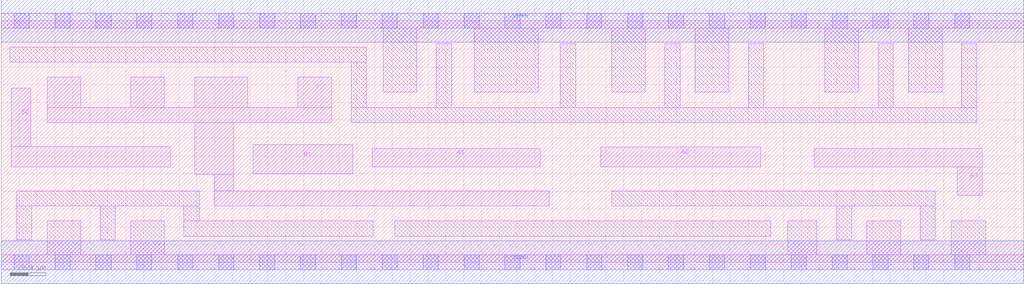
<source format=lef>
# Copyright 2020 The SkyWater PDK Authors
#
# Licensed under the Apache License, Version 2.0 (the "License");
# you may not use this file except in compliance with the License.
# You may obtain a copy of the License at
#
#     https://www.apache.org/licenses/LICENSE-2.0
#
# Unless required by applicable law or agreed to in writing, software
# distributed under the License is distributed on an "AS IS" BASIS,
# WITHOUT WARRANTIES OR CONDITIONS OF ANY KIND, either express or implied.
# See the License for the specific language governing permissions and
# limitations under the License.
#
# SPDX-License-Identifier: Apache-2.0

VERSION 5.7 ;
BUSBITCHARS "[]" ;
DIVIDERCHAR "/" ;
PROPERTYDEFINITIONS
  MACRO maskLayoutSubType STRING ;
  MACRO prCellType STRING ;
  MACRO originalViewName STRING ;
END PROPERTYDEFINITIONS
MACRO sky130_fd_sc_hdll__a32oi_4
  ORIGIN  0.000000  0.000000 ;
  CLASS CORE ;
  SYMMETRY X Y R90 ;
  SIZE  11.50000 BY  2.720000 ;
  SITE unithd ;
  PIN A1
    ANTENNAGATEAREA  1.110000 ;
    DIRECTION INPUT ;
    USE SIGNAL ;
    PORT
      LAYER li1 ;
        RECT 4.175000 1.075000 6.065000 1.285000 ;
    END
  END A1
  PIN A2
    ANTENNAGATEAREA  1.110000 ;
    DIRECTION INPUT ;
    USE SIGNAL ;
    PORT
      LAYER li1 ;
        RECT 6.745000 1.075000 8.545000 1.300000 ;
    END
  END A2
  PIN A3
    ANTENNAGATEAREA  1.110000 ;
    DIRECTION INPUT ;
    USE SIGNAL ;
    PORT
      LAYER li1 ;
        RECT  9.145000 1.075000 11.035000 1.280000 ;
        RECT 10.755000 0.755000 11.035000 1.075000 ;
    END
  END A3
  PIN B1
    ANTENNAGATEAREA  1.110000 ;
    DIRECTION INPUT ;
    USE SIGNAL ;
    PORT
      LAYER li1 ;
        RECT 2.835000 0.995000 3.955000 1.325000 ;
    END
  END B1
  PIN B2
    ANTENNAGATEAREA  1.110000 ;
    DIRECTION INPUT ;
    USE SIGNAL ;
    PORT
      LAYER li1 ;
        RECT 0.110000 1.075000 1.900000 1.305000 ;
        RECT 0.110000 1.305000 0.330000 1.965000 ;
    END
  END B2
  PIN Y
    ANTENNADIFFAREA  2.024500 ;
    DIRECTION OUTPUT ;
    USE SIGNAL ;
    PORT
      LAYER li1 ;
        RECT 0.515000 1.575000 3.715000 1.745000 ;
        RECT 0.515000 1.745000 0.895000 2.085000 ;
        RECT 1.455000 1.745000 1.835000 2.085000 ;
        RECT 2.175000 0.990000 2.615000 1.575000 ;
        RECT 2.175000 1.745000 2.775000 2.085000 ;
        RECT 2.395000 0.635000 6.165000 0.805000 ;
        RECT 2.395000 0.805000 2.615000 0.990000 ;
        RECT 3.335000 1.745000 3.715000 2.085000 ;
    END
  END Y
  PIN VGND
    DIRECTION INOUT ;
    USE GROUND ;
    PORT
      LAYER met1 ;
        RECT 0.000000 -0.240000 11.500000 0.240000 ;
    END
  END VGND
  PIN VPWR
    DIRECTION INOUT ;
    USE POWER ;
    PORT
      LAYER met1 ;
        RECT 0.000000 2.480000 11.500000 2.960000 ;
    END
  END VPWR
  OBS
    LAYER li1 ;
      RECT  0.000000 -0.085000 11.500000 0.085000 ;
      RECT  0.000000  2.635000 11.500000 2.805000 ;
      RECT  0.095000  2.255000  4.105000 2.425000 ;
      RECT  0.175000  0.255000  0.345000 0.635000 ;
      RECT  0.175000  0.635000  2.225000 0.805000 ;
      RECT  0.515000  0.085000  0.895000 0.465000 ;
      RECT  1.115000  0.255000  1.285000 0.635000 ;
      RECT  1.455000  0.085000  1.835000 0.465000 ;
      RECT  2.055000  0.295000  4.185000 0.465000 ;
      RECT  2.055000  0.465000  2.225000 0.635000 ;
      RECT  3.935000  1.575000 10.975000 1.745000 ;
      RECT  3.935000  1.745000  4.105000 2.255000 ;
      RECT  4.295000  1.915000  4.675000 2.635000 ;
      RECT  4.425000  0.295000  8.655000 0.465000 ;
      RECT  4.895000  1.745000  5.065000 2.465000 ;
      RECT  5.320000  1.915000  6.040000 2.635000 ;
      RECT  6.290000  1.745000  6.460000 2.465000 ;
      RECT  6.865000  0.635000 10.505000 0.805000 ;
      RECT  6.865000  1.915000  7.245000 2.635000 ;
      RECT  7.465000  1.745000  7.635000 2.465000 ;
      RECT  7.805000  1.915000  8.185000 2.635000 ;
      RECT  8.405000  1.745000  8.575000 2.465000 ;
      RECT  8.845000  0.085000  9.175000 0.465000 ;
      RECT  9.265000  1.915000  9.645000 2.635000 ;
      RECT  9.395000  0.255000  9.565000 0.635000 ;
      RECT  9.735000  0.085000 10.115000 0.465000 ;
      RECT  9.865000  1.745000 10.035000 2.465000 ;
      RECT 10.205000  1.915000 10.585000 2.635000 ;
      RECT 10.335000  0.255000 10.505000 0.635000 ;
      RECT 10.685000  0.085000 11.075000 0.465000 ;
      RECT 10.805000  1.745000 10.975000 2.465000 ;
    LAYER mcon ;
      RECT  0.145000 -0.085000  0.315000 0.085000 ;
      RECT  0.145000  2.635000  0.315000 2.805000 ;
      RECT  0.605000 -0.085000  0.775000 0.085000 ;
      RECT  0.605000  2.635000  0.775000 2.805000 ;
      RECT  1.065000 -0.085000  1.235000 0.085000 ;
      RECT  1.065000  2.635000  1.235000 2.805000 ;
      RECT  1.525000 -0.085000  1.695000 0.085000 ;
      RECT  1.525000  2.635000  1.695000 2.805000 ;
      RECT  1.985000 -0.085000  2.155000 0.085000 ;
      RECT  1.985000  2.635000  2.155000 2.805000 ;
      RECT  2.445000 -0.085000  2.615000 0.085000 ;
      RECT  2.445000  2.635000  2.615000 2.805000 ;
      RECT  2.905000 -0.085000  3.075000 0.085000 ;
      RECT  2.905000  2.635000  3.075000 2.805000 ;
      RECT  3.365000 -0.085000  3.535000 0.085000 ;
      RECT  3.365000  2.635000  3.535000 2.805000 ;
      RECT  3.825000 -0.085000  3.995000 0.085000 ;
      RECT  3.825000  2.635000  3.995000 2.805000 ;
      RECT  4.285000 -0.085000  4.455000 0.085000 ;
      RECT  4.285000  2.635000  4.455000 2.805000 ;
      RECT  4.745000 -0.085000  4.915000 0.085000 ;
      RECT  4.745000  2.635000  4.915000 2.805000 ;
      RECT  5.205000 -0.085000  5.375000 0.085000 ;
      RECT  5.205000  2.635000  5.375000 2.805000 ;
      RECT  5.665000 -0.085000  5.835000 0.085000 ;
      RECT  5.665000  2.635000  5.835000 2.805000 ;
      RECT  6.125000 -0.085000  6.295000 0.085000 ;
      RECT  6.125000  2.635000  6.295000 2.805000 ;
      RECT  6.585000 -0.085000  6.755000 0.085000 ;
      RECT  6.585000  2.635000  6.755000 2.805000 ;
      RECT  7.045000 -0.085000  7.215000 0.085000 ;
      RECT  7.045000  2.635000  7.215000 2.805000 ;
      RECT  7.505000 -0.085000  7.675000 0.085000 ;
      RECT  7.505000  2.635000  7.675000 2.805000 ;
      RECT  7.965000 -0.085000  8.135000 0.085000 ;
      RECT  7.965000  2.635000  8.135000 2.805000 ;
      RECT  8.425000 -0.085000  8.595000 0.085000 ;
      RECT  8.425000  2.635000  8.595000 2.805000 ;
      RECT  8.885000 -0.085000  9.055000 0.085000 ;
      RECT  8.885000  2.635000  9.055000 2.805000 ;
      RECT  9.345000 -0.085000  9.515000 0.085000 ;
      RECT  9.345000  2.635000  9.515000 2.805000 ;
      RECT  9.805000 -0.085000  9.975000 0.085000 ;
      RECT  9.805000  2.635000  9.975000 2.805000 ;
      RECT 10.265000 -0.085000 10.435000 0.085000 ;
      RECT 10.265000  2.635000 10.435000 2.805000 ;
      RECT 10.725000 -0.085000 10.895000 0.085000 ;
      RECT 10.725000  2.635000 10.895000 2.805000 ;
  END
  PROPERTY maskLayoutSubType "abstract" ;
  PROPERTY prCellType "standard" ;
  PROPERTY originalViewName "layout" ;
END sky130_fd_sc_hdll__a32oi_4

</source>
